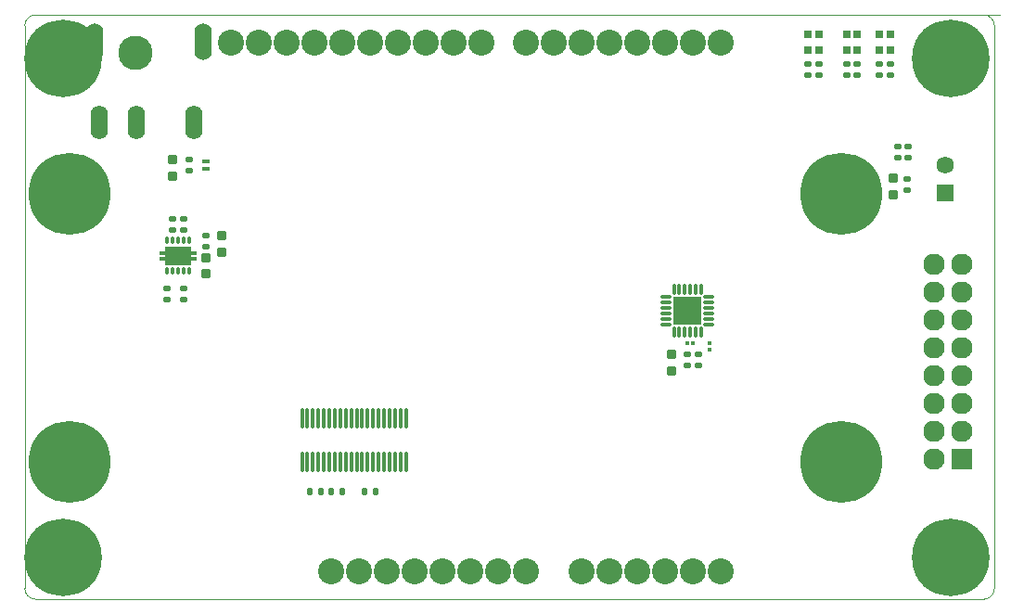
<source format=gts>
G04*
G04 #@! TF.GenerationSoftware,Altium Limited,Altium Designer,24.5.2 (23)*
G04*
G04 Layer_Color=8388736*
%FSLAX25Y25*%
%MOIN*%
G70*
G04*
G04 #@! TF.SameCoordinates,F16C448E-738A-4C22-B855-8D49D10EB716*
G04*
G04*
G04 #@! TF.FilePolarity,Negative*
G04*
G01*
G75*
%ADD20C,0.00100*%
G04:AMPARAMS|DCode=36|XSize=26.38mil|YSize=20.47mil|CornerRadius=5.81mil|HoleSize=0mil|Usage=FLASHONLY|Rotation=90.000|XOffset=0mil|YOffset=0mil|HoleType=Round|Shape=RoundedRectangle|*
%AMROUNDEDRECTD36*
21,1,0.02638,0.00886,0,0,90.0*
21,1,0.01476,0.02047,0,0,90.0*
1,1,0.01161,0.00443,0.00738*
1,1,0.01161,0.00443,-0.00738*
1,1,0.01161,-0.00443,-0.00738*
1,1,0.01161,-0.00443,0.00738*
%
%ADD36ROUNDEDRECTD36*%
%ADD37R,0.10339X0.10339*%
G04:AMPARAMS|DCode=38|XSize=37.43mil|YSize=13.81mil|CornerRadius=3.95mil|HoleSize=0mil|Usage=FLASHONLY|Rotation=270.000|XOffset=0mil|YOffset=0mil|HoleType=Round|Shape=RoundedRectangle|*
%AMROUNDEDRECTD38*
21,1,0.03743,0.00591,0,0,270.0*
21,1,0.02953,0.01381,0,0,270.0*
1,1,0.00791,-0.00295,-0.01476*
1,1,0.00791,-0.00295,0.01476*
1,1,0.00791,0.00295,0.01476*
1,1,0.00791,0.00295,-0.01476*
%
%ADD38ROUNDEDRECTD38*%
G04:AMPARAMS|DCode=39|XSize=37.43mil|YSize=13.81mil|CornerRadius=3.95mil|HoleSize=0mil|Usage=FLASHONLY|Rotation=180.000|XOffset=0mil|YOffset=0mil|HoleType=Round|Shape=RoundedRectangle|*
%AMROUNDEDRECTD39*
21,1,0.03743,0.00591,0,0,180.0*
21,1,0.02953,0.01381,0,0,180.0*
1,1,0.00791,-0.01476,0.00295*
1,1,0.00791,0.01476,0.00295*
1,1,0.00791,0.01476,-0.00295*
1,1,0.00791,-0.01476,-0.00295*
%
%ADD39ROUNDEDRECTD39*%
G04:AMPARAMS|DCode=40|XSize=26.38mil|YSize=22.44mil|CornerRadius=6.3mil|HoleSize=0mil|Usage=FLASHONLY|Rotation=0.000|XOffset=0mil|YOffset=0mil|HoleType=Round|Shape=RoundedRectangle|*
%AMROUNDEDRECTD40*
21,1,0.02638,0.00984,0,0,0.0*
21,1,0.01378,0.02244,0,0,0.0*
1,1,0.01260,0.00689,-0.00492*
1,1,0.01260,-0.00689,-0.00492*
1,1,0.01260,-0.00689,0.00492*
1,1,0.01260,0.00689,0.00492*
%
%ADD40ROUNDEDRECTD40*%
G04:AMPARAMS|DCode=41|XSize=35.43mil|YSize=30.32mil|CornerRadius=4.13mil|HoleSize=0mil|Usage=FLASHONLY|Rotation=0.000|XOffset=0mil|YOffset=0mil|HoleType=Round|Shape=RoundedRectangle|*
%AMROUNDEDRECTD41*
21,1,0.03543,0.02205,0,0,0.0*
21,1,0.02717,0.03032,0,0,0.0*
1,1,0.00827,0.01358,-0.01102*
1,1,0.00827,-0.01358,-0.01102*
1,1,0.00827,-0.01358,0.01102*
1,1,0.00827,0.01358,0.01102*
%
%ADD41ROUNDEDRECTD41*%
G04:AMPARAMS|DCode=42|XSize=16.54mil|YSize=14.57mil|CornerRadius=4.33mil|HoleSize=0mil|Usage=FLASHONLY|Rotation=90.000|XOffset=0mil|YOffset=0mil|HoleType=Round|Shape=RoundedRectangle|*
%AMROUNDEDRECTD42*
21,1,0.01654,0.00591,0,0,90.0*
21,1,0.00787,0.01457,0,0,90.0*
1,1,0.00866,0.00295,0.00394*
1,1,0.00866,0.00295,-0.00394*
1,1,0.00866,-0.00295,-0.00394*
1,1,0.00866,-0.00295,0.00394*
%
%ADD42ROUNDEDRECTD42*%
G04:AMPARAMS|DCode=43|XSize=16.54mil|YSize=14.57mil|CornerRadius=4.33mil|HoleSize=0mil|Usage=FLASHONLY|Rotation=180.000|XOffset=0mil|YOffset=0mil|HoleType=Round|Shape=RoundedRectangle|*
%AMROUNDEDRECTD43*
21,1,0.01654,0.00591,0,0,180.0*
21,1,0.00787,0.01457,0,0,180.0*
1,1,0.00866,-0.00394,0.00295*
1,1,0.00866,0.00394,0.00295*
1,1,0.00866,0.00394,-0.00295*
1,1,0.00866,-0.00394,-0.00295*
%
%ADD43ROUNDEDRECTD43*%
G04:AMPARAMS|DCode=44|XSize=26.38mil|YSize=20.47mil|CornerRadius=5.81mil|HoleSize=0mil|Usage=FLASHONLY|Rotation=180.000|XOffset=0mil|YOffset=0mil|HoleType=Round|Shape=RoundedRectangle|*
%AMROUNDEDRECTD44*
21,1,0.02638,0.00886,0,0,180.0*
21,1,0.01476,0.02047,0,0,180.0*
1,1,0.01161,-0.00738,0.00443*
1,1,0.01161,0.00738,0.00443*
1,1,0.01161,0.00738,-0.00443*
1,1,0.01161,-0.00738,-0.00443*
%
%ADD44ROUNDEDRECTD44*%
%ADD45R,0.03056X0.02662*%
G04:AMPARAMS|DCode=46|XSize=73.87mil|YSize=12.84mil|CornerRadius=1.99mil|HoleSize=0mil|Usage=FLASHONLY|Rotation=270.000|XOffset=0mil|YOffset=0mil|HoleType=Round|Shape=RoundedRectangle|*
%AMROUNDEDRECTD46*
21,1,0.07387,0.00886,0,0,270.0*
21,1,0.06988,0.01284,0,0,270.0*
1,1,0.00398,-0.00443,-0.03494*
1,1,0.00398,-0.00443,0.03494*
1,1,0.00398,0.00443,0.03494*
1,1,0.00398,0.00443,-0.03494*
%
%ADD46ROUNDEDRECTD46*%
G04:AMPARAMS|DCode=47|XSize=25.62mil|YSize=11.84mil|CornerRadius=2.48mil|HoleSize=0mil|Usage=FLASHONLY|Rotation=270.000|XOffset=0mil|YOffset=0mil|HoleType=Round|Shape=RoundedRectangle|*
%AMROUNDEDRECTD47*
21,1,0.02562,0.00689,0,0,270.0*
21,1,0.02067,0.01184,0,0,270.0*
1,1,0.00495,-0.00344,-0.01033*
1,1,0.00495,-0.00344,0.01033*
1,1,0.00495,0.00344,0.01033*
1,1,0.00495,0.00344,-0.01033*
%
%ADD47ROUNDEDRECTD47*%
G04:AMPARAMS|DCode=48|XSize=96.49mil|YSize=66.96mil|CornerRadius=2.62mil|HoleSize=0mil|Usage=FLASHONLY|Rotation=0.000|XOffset=0mil|YOffset=0mil|HoleType=Round|Shape=RoundedRectangle|*
%AMROUNDEDRECTD48*
21,1,0.09649,0.06171,0,0,0.0*
21,1,0.09124,0.06696,0,0,0.0*
1,1,0.00525,0.04562,-0.03086*
1,1,0.00525,-0.04562,-0.03086*
1,1,0.00525,-0.04562,0.03086*
1,1,0.00525,0.04562,0.03086*
%
%ADD48ROUNDEDRECTD48*%
G04:AMPARAMS|DCode=49|XSize=21.69mil|YSize=11.84mil|CornerRadius=0mil|HoleSize=0mil|Usage=FLASHONLY|Rotation=0.000|XOffset=0mil|YOffset=0mil|HoleType=Round|Shape=RoundedRectangle|*
%AMROUNDEDRECTD49*
21,1,0.02169,0.01184,0,0,0.0*
21,1,0.02169,0.01184,0,0,0.0*
1,1,0.00000,0.01085,-0.00592*
1,1,0.00000,-0.01085,-0.00592*
1,1,0.00000,-0.01085,0.00592*
1,1,0.00000,0.01085,0.00592*
%
%ADD49ROUNDEDRECTD49*%
G04:AMPARAMS|DCode=50|XSize=15.78mil|YSize=25.62mil|CornerRadius=2.38mil|HoleSize=0mil|Usage=FLASHONLY|Rotation=90.000|XOffset=0mil|YOffset=0mil|HoleType=Round|Shape=RoundedRectangle|*
%AMROUNDEDRECTD50*
21,1,0.01578,0.02087,0,0,90.0*
21,1,0.01102,0.02562,0,0,90.0*
1,1,0.00476,0.01043,0.00551*
1,1,0.00476,0.01043,-0.00551*
1,1,0.00476,-0.01043,-0.00551*
1,1,0.00476,-0.01043,0.00551*
%
%ADD50ROUNDEDRECTD50*%
%ADD51C,0.27859*%
%ADD52C,0.07700*%
%ADD53R,0.07700X0.07700*%
%ADD54C,0.09355*%
%ADD55R,0.06237X0.06237*%
%ADD56C,0.06237*%
%ADD57C,0.12300*%
%ADD58O,0.06206X0.12111*%
%ADD59O,0.06206X0.13292*%
%ADD60C,0.29434*%
D20*
X1276514Y777976D02*
G03*
X1272514Y781876I-3950J-50D01*
G01*
X1272614Y571876D02*
G03*
X1276514Y575876I-50J3950D01*
G01*
X927963Y575876D02*
G03*
X931963Y571876I4000J0D01*
G01*
Y781876D02*
G03*
X927963Y777976I-50J-3950D01*
G01*
X1276514Y575876D02*
Y777976D01*
X1181963Y781876D02*
X1278420D01*
X931963D02*
X1181963D01*
X931963Y571876D02*
X1272614D01*
X927963Y575876D02*
Y777976D01*
D36*
X1050042Y610616D02*
D03*
X1054042D02*
D03*
X1034325D02*
D03*
X1030325D02*
D03*
X1042231D02*
D03*
X1038231D02*
D03*
D37*
X1166215Y675576D02*
D03*
D38*
X1171136Y667899D02*
D03*
X1169168D02*
D03*
X1167199D02*
D03*
X1165231D02*
D03*
X1163262D02*
D03*
X1161294D02*
D03*
Y683253D02*
D03*
X1163262D02*
D03*
X1165231D02*
D03*
X1167199D02*
D03*
X1169168D02*
D03*
X1171136D02*
D03*
D39*
X1158538Y670655D02*
D03*
Y672624D02*
D03*
Y674592D02*
D03*
Y676561D02*
D03*
Y678529D02*
D03*
Y680498D02*
D03*
X1173892D02*
D03*
Y678529D02*
D03*
Y676561D02*
D03*
Y674592D02*
D03*
Y672624D02*
D03*
Y670655D02*
D03*
D40*
X1166215Y659828D02*
D03*
Y655891D02*
D03*
X1170152Y659828D02*
D03*
Y655891D02*
D03*
X1244955Y722821D02*
D03*
Y718884D02*
D03*
X992987Y698608D02*
D03*
Y702545D02*
D03*
X987081Y725970D02*
D03*
Y729907D02*
D03*
D41*
X1160590Y659929D02*
D03*
Y654023D02*
D03*
X1240206Y717389D02*
D03*
Y723295D02*
D03*
X992987Y688765D02*
D03*
Y694671D02*
D03*
X998892Y702545D02*
D03*
Y696639D02*
D03*
X981176Y729907D02*
D03*
Y724002D02*
D03*
D42*
X1168184Y663765D02*
D03*
X1166018D02*
D03*
D43*
X1174089D02*
D03*
Y661600D02*
D03*
D44*
X1239050Y760190D02*
D03*
Y764190D02*
D03*
X1235113Y760159D02*
D03*
Y764159D02*
D03*
X1227239Y760190D02*
D03*
Y764190D02*
D03*
X1223302Y760190D02*
D03*
Y764190D02*
D03*
X1241609Y734663D02*
D03*
Y730663D02*
D03*
X1245546Y730600D02*
D03*
Y734600D02*
D03*
X981176Y704513D02*
D03*
Y708513D02*
D03*
X985113D02*
D03*
Y704513D02*
D03*
X985113Y679482D02*
D03*
Y683482D02*
D03*
X979207Y679450D02*
D03*
Y683450D02*
D03*
X1209522Y764159D02*
D03*
Y760159D02*
D03*
X1213459Y764159D02*
D03*
Y760159D02*
D03*
D45*
X1235113Y769277D02*
D03*
X1239050D02*
D03*
Y774789D02*
D03*
X1235113D02*
D03*
X1223302Y769277D02*
D03*
X1227239D02*
D03*
Y774789D02*
D03*
X1223302D02*
D03*
X1209522Y774757D02*
D03*
X1213459D02*
D03*
Y769246D02*
D03*
X1209522D02*
D03*
D46*
X1059105Y621246D02*
D03*
X1057136D02*
D03*
X1065010Y636994D02*
D03*
X1063042D02*
D03*
X1061073D02*
D03*
X1059105D02*
D03*
X1057136D02*
D03*
X1037451D02*
D03*
X1045325Y621246D02*
D03*
X1037451D02*
D03*
X1029577D02*
D03*
X1055168Y636994D02*
D03*
X1053199D02*
D03*
X1051231D02*
D03*
X1065010Y621246D02*
D03*
X1063042D02*
D03*
X1061073D02*
D03*
X1055168D02*
D03*
X1053199D02*
D03*
X1051231D02*
D03*
X1041388D02*
D03*
X1043357D02*
D03*
X1039420D02*
D03*
X1035483D02*
D03*
X1031546D02*
D03*
X1027609D02*
D03*
Y636994D02*
D03*
X1031546D02*
D03*
X1029577D02*
D03*
X1043357D02*
D03*
X1049262Y621246D02*
D03*
Y636994D02*
D03*
X1047294Y621246D02*
D03*
Y636994D02*
D03*
X1045325D02*
D03*
X1035483D02*
D03*
X1033514Y621246D02*
D03*
Y636994D02*
D03*
X1041388D02*
D03*
X1039420D02*
D03*
D47*
X987081Y700773D02*
D03*
X985113D02*
D03*
X983144D02*
D03*
X981175D02*
D03*
X979207D02*
D03*
Y689749D02*
D03*
X981175D02*
D03*
X983144D02*
D03*
X985113D02*
D03*
X987081D02*
D03*
D48*
X983144Y695261D02*
D03*
D49*
X988853Y696245D02*
D03*
Y694277D02*
D03*
X977435Y696245D02*
D03*
Y694277D02*
D03*
D50*
X992987Y726659D02*
D03*
Y729218D02*
D03*
D51*
X941805Y766128D02*
D03*
X941805Y586994D02*
D03*
X1260703D02*
D03*
Y766128D02*
D03*
D52*
X1254798Y692112D02*
D03*
X1264798D02*
D03*
X1254798Y682112D02*
D03*
X1264798D02*
D03*
X1254798Y652112D02*
D03*
Y642112D02*
D03*
Y632112D02*
D03*
Y622112D02*
D03*
X1264798Y652112D02*
D03*
Y642112D02*
D03*
Y632112D02*
D03*
Y662112D02*
D03*
Y672112D02*
D03*
X1254798Y662112D02*
D03*
Y672112D02*
D03*
D53*
X1264798Y622112D02*
D03*
D54*
X1037963Y581876D02*
D03*
X1047963D02*
D03*
X1057963D02*
D03*
X1067963D02*
D03*
X1077963D02*
D03*
X1087963D02*
D03*
X1097963D02*
D03*
X1107963D02*
D03*
X1127963D02*
D03*
X1137963D02*
D03*
X1147963D02*
D03*
X1157963D02*
D03*
X1167963D02*
D03*
X1177963D02*
D03*
X1091963Y771876D02*
D03*
X1081963D02*
D03*
X1071963D02*
D03*
X1061963D02*
D03*
X1051963D02*
D03*
X1041963D02*
D03*
X1031963D02*
D03*
X1021963D02*
D03*
X1011963D02*
D03*
X1001963D02*
D03*
X1177963D02*
D03*
X1167963D02*
D03*
X1157963D02*
D03*
X1147963D02*
D03*
X1137963D02*
D03*
X1127963D02*
D03*
X1117963D02*
D03*
X1107963D02*
D03*
D55*
X1258636Y717899D02*
D03*
D56*
Y727742D02*
D03*
D57*
X967743Y768194D02*
D03*
D58*
X954751Y743391D02*
D03*
X968137D02*
D03*
X988609D02*
D03*
D59*
X992152Y772131D02*
D03*
X953176D02*
D03*
D60*
X1221506Y621246D02*
D03*
X1221506Y717702D02*
D03*
X943947D02*
D03*
Y621246D02*
D03*
M02*

</source>
